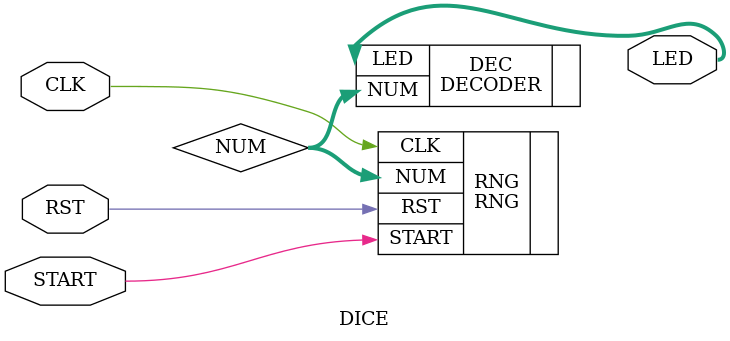
<source format=v>
module DICE(CLK, RST, START, LED);

input        CLK, RST;
input        START;
output [6:0] LED;

wire [2:0] NUM;

RNG     RNG(.CLK(CLK), .RST(RST), .START(START), .NUM(NUM));
DECODER DEC(.NUM(NUM), .LED(LED));




endmodule
</source>
